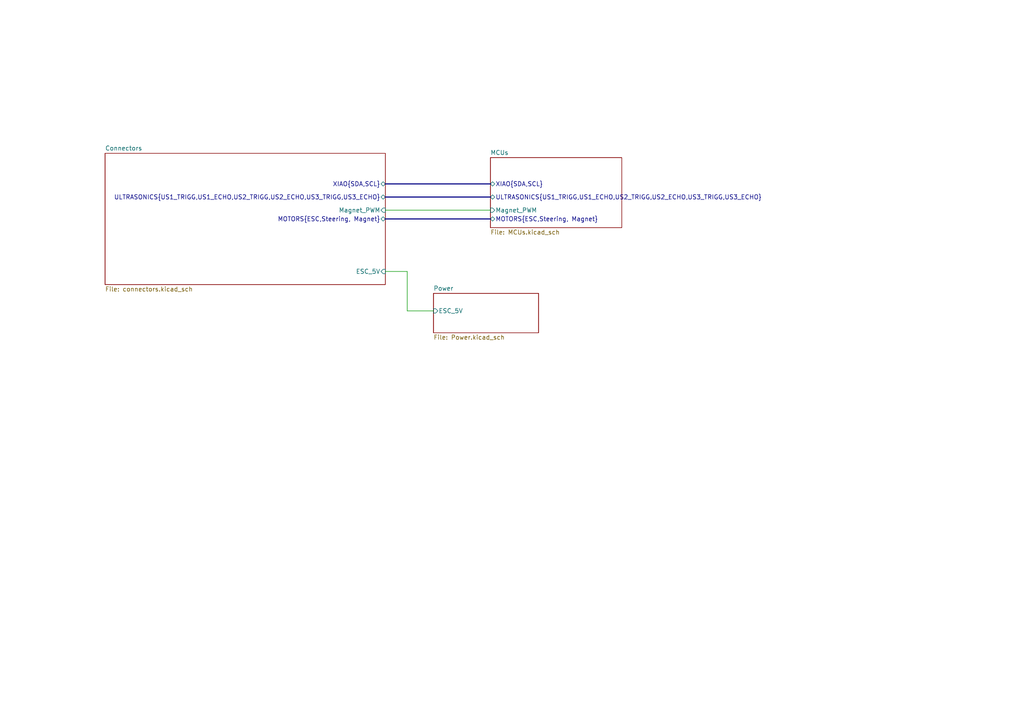
<source format=kicad_sch>
(kicad_sch
	(version 20231120)
	(generator "eeschema")
	(generator_version "8.0")
	(uuid "26e2939b-86bf-449d-bb10-5d375a1d0286")
	(paper "A4")
	(lib_symbols)
	(wire
		(pts
			(xy 118.11 90.17) (xy 125.73 90.17)
		)
		(stroke
			(width 0)
			(type default)
		)
		(uuid "1ca68923-7313-4667-9805-c0e5f7eb75c7")
	)
	(bus
		(pts
			(xy 111.76 53.34) (xy 142.24 53.34)
		)
		(stroke
			(width 0)
			(type default)
		)
		(uuid "55ed041b-8103-470f-b34f-5fd3a2a9f146")
	)
	(bus
		(pts
			(xy 111.76 57.15) (xy 142.24 57.15)
		)
		(stroke
			(width 0)
			(type default)
		)
		(uuid "67ad5a39-0dc8-4c07-a149-1f299cb9c31a")
	)
	(bus
		(pts
			(xy 111.76 63.5) (xy 142.24 63.5)
		)
		(stroke
			(width 0)
			(type default)
		)
		(uuid "a1e0269f-ecce-40fb-9297-ce48d04abf81")
	)
	(wire
		(pts
			(xy 111.76 60.96) (xy 142.24 60.96)
		)
		(stroke
			(width 0)
			(type default)
		)
		(uuid "d1e42859-0c29-4b84-8a48-a3c34c6f6bdd")
	)
	(wire
		(pts
			(xy 111.76 78.74) (xy 118.11 78.74)
		)
		(stroke
			(width 0)
			(type default)
		)
		(uuid "dcf93487-856c-4503-a254-292bb9946264")
	)
	(wire
		(pts
			(xy 118.11 78.74) (xy 118.11 90.17)
		)
		(stroke
			(width 0)
			(type default)
		)
		(uuid "fceaec25-7b29-4840-a205-6ca9705f4658")
	)
	(sheet
		(at 30.48 44.45)
		(size 81.28 38.1)
		(fields_autoplaced yes)
		(stroke
			(width 0.1524)
			(type solid)
		)
		(fill
			(color 0 0 0 0.0000)
		)
		(uuid "7ba70076-6a38-444c-89f2-ef9f768a9f04")
		(property "Sheetname" "Connectors"
			(at 30.48 43.7384 0)
			(effects
				(font
					(size 1.27 1.27)
				)
				(justify left bottom)
			)
		)
		(property "Sheetfile" "connectors.kicad_sch"
			(at 30.48 83.1346 0)
			(effects
				(font
					(size 1.27 1.27)
				)
				(justify left top)
			)
		)
		(pin "ESC_5V" input
			(at 111.76 78.74 0)
			(effects
				(font
					(size 1.27 1.27)
				)
				(justify right)
			)
			(uuid "2fc4a972-8601-4ed8-9d83-4cf13915230d")
		)
		(pin "ULTRASONICS{US1_TRIGG,US1_ECHO,US2_TRIGG,US2_ECHO,US3_TRIGG,US3_ECHO}"
			bidirectional
			(at 111.76 57.15 0
			)
			(effects
				(font
					(size 1.27 1.27)
				)
				(justify right)
			)
			(uuid "62980f59-bdd3-404c-9261-b242575f2fac")
		)
		(pin "Magnet_PWM" input
			(at 111.76 60.96 0)
			(effects
				(font
					(size 1.27 1.27)
				)
				(justify right)
			)
			(uuid "87d0428d-a5de-4c1a-8c13-2ef507f56b4a")
		)
		(pin "MOTORS{ESC,Steering, Magnet}" bidirectional
			(at 111.76 63.5 0)
			(effects
				(font
					(size 1.27 1.27)
				)
				(justify right)
			)
			(uuid "ffac8b34-65a0-40e5-8b25-dcb34ae6b154")
		)
		(pin "XIAO{SDA,SCL}" bidirectional
			(at 111.76 53.34 0)
			(effects
				(font
					(size 1.27 1.27)
				)
				(justify right)
			)
			(uuid "65b0d629-286c-41b6-b632-6611f436c446")
		)
		(instances
			(project "interconnect"
				(path "/26e2939b-86bf-449d-bb10-5d375a1d0286"
					(page "2")
				)
			)
		)
	)
	(sheet
		(at 142.24 45.72)
		(size 38.1 20.32)
		(fields_autoplaced yes)
		(stroke
			(width 0.1524)
			(type solid)
		)
		(fill
			(color 0 0 0 0.0000)
		)
		(uuid "9e0e364e-1f66-47e1-b094-b84547c4ad5a")
		(property "Sheetname" "MCUs"
			(at 142.24 45.0084 0)
			(effects
				(font
					(size 1.27 1.27)
				)
				(justify left bottom)
			)
		)
		(property "Sheetfile" "MCUs.kicad_sch"
			(at 142.24 66.6246 0)
			(effects
				(font
					(size 1.27 1.27)
				)
				(justify left top)
			)
		)
		(pin "MOTORS{ESC,Steering, Magnet}" bidirectional
			(at 142.24 63.5 180)
			(effects
				(font
					(size 1.27 1.27)
				)
				(justify left)
			)
			(uuid "3299551f-b002-4b34-b877-6e8badd0217f")
		)
		(pin "Magnet_PWM" input
			(at 142.24 60.96 180)
			(effects
				(font
					(size 1.27 1.27)
				)
				(justify left)
			)
			(uuid "fc48694c-f3cf-4769-9f34-c532ebe4f2ae")
		)
		(pin "ULTRASONICS{US1_TRIGG,US1_ECHO,US2_TRIGG,US2_ECHO,US3_TRIGG,US3_ECHO}"
			bidirectional
			(at 142.24 57.15 180
			)
			(effects
				(font
					(size 1.27 1.27)
				)
				(justify left)
			)
			(uuid "78f9ae66-94ac-41c0-81be-be19ee87cac8")
		)
		(pin "XIAO{SDA,SCL}" bidirectional
			(at 142.24 53.34 180)
			(effects
				(font
					(size 1.27 1.27)
				)
				(justify left)
			)
			(uuid "a183dbc0-d73f-446d-8872-e4814d76b884")
		)
		(instances
			(project "interconnect"
				(path "/26e2939b-86bf-449d-bb10-5d375a1d0286"
					(page "3")
				)
			)
		)
	)
	(sheet
		(at 125.73 85.09)
		(size 30.48 11.43)
		(fields_autoplaced yes)
		(stroke
			(width 0.1524)
			(type solid)
		)
		(fill
			(color 0 0 0 0.0000)
		)
		(uuid "e821f667-bdda-44df-8166-1c8bebd43734")
		(property "Sheetname" "Power"
			(at 125.73 84.3784 0)
			(effects
				(font
					(size 1.27 1.27)
				)
				(justify left bottom)
			)
		)
		(property "Sheetfile" "Power.kicad_sch"
			(at 125.73 97.1046 0)
			(effects
				(font
					(size 1.27 1.27)
				)
				(justify left top)
			)
		)
		(pin "ESC_5V" input
			(at 125.73 90.17 180)
			(effects
				(font
					(size 1.27 1.27)
				)
				(justify left)
			)
			(uuid "7f78f11f-45f0-4ca2-b19d-640086e3e93c")
		)
		(instances
			(project "interconnect"
				(path "/26e2939b-86bf-449d-bb10-5d375a1d0286"
					(page "4")
				)
			)
		)
	)
	(sheet_instances
		(path "/"
			(page "1")
		)
	)
)

</source>
